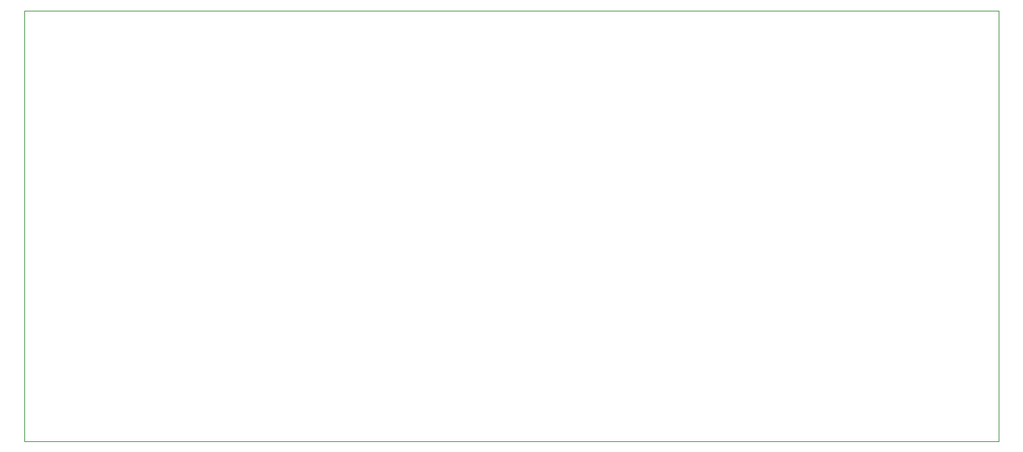
<source format=gbr>
%TF.GenerationSoftware,Altium Limited,Altium Designer,25.1.2 (22)*%
G04 Layer_Color=0*
%FSLAX45Y45*%
%MOMM*%
%TF.SameCoordinates,757FA7A9-4291-4AF8-8684-A19F9D108C22*%
%TF.FilePolarity,Positive*%
%TF.FileFunction,Profile,NP*%
%TF.Part,Single*%
G01*
G75*
%TA.AperFunction,Profile*%
%ADD41C,0.02540*%
D41*
X2540000Y2273300D02*
X14058900D01*
Y7366000D01*
X2540000D01*
Y2273300D01*
%TF.MD5,f1122f09328cedf52ed88ac12d58cac3*%
M02*

</source>
